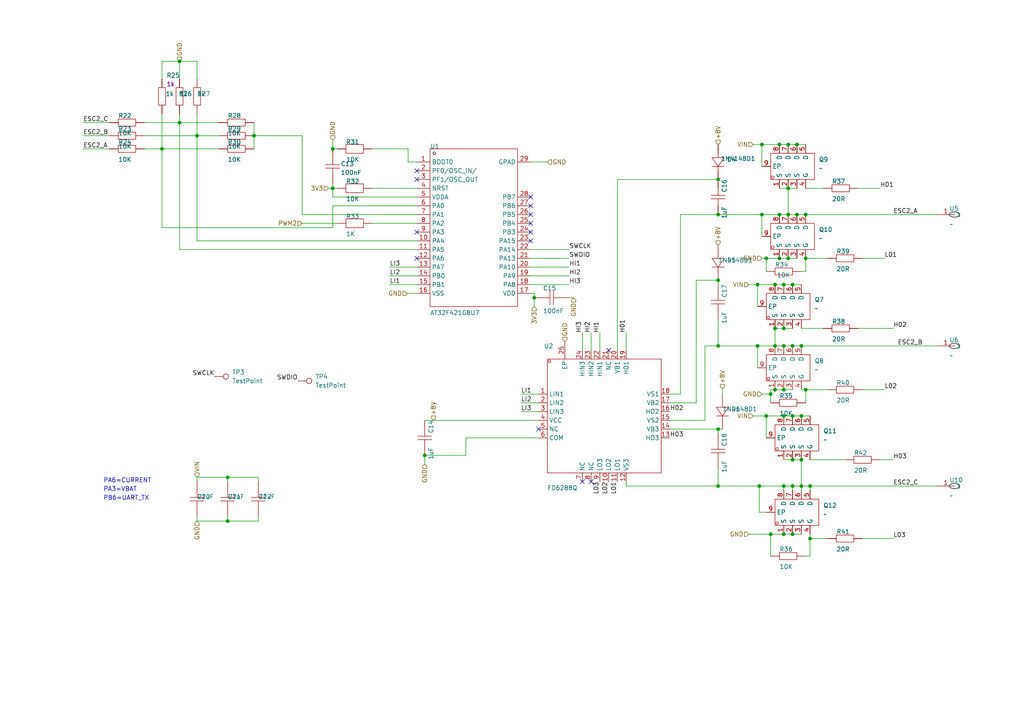
<source format=kicad_sch>
(kicad_sch (version 20250114) (generator "eeschema") (generator_version "9.0")
  (paper "A4")
  (lib_symbols
    (symbol "2_P2-altium-import:root_0_100nf_" (pin_numbers (hide yes)) (pin_names (hide yes))
      (symbol "root_0_100nf__1_0"
        (pin passive line (at -5.08 0 0) (length 2.54) (name "1") (number "1"))
        (pin passive line (at 5.08 0 180) (length 2.54) (name "2") (number "2"))
      )
    )
    (symbol "2_P2-altium-import:root_0_10k_" (pin_numbers (hide yes)) (pin_names (hide yes))
      (symbol "root_0_10k__1_0"
        (pin passive line (at -5.08 0 0) (length 2.54) (name "1") (number "1"))
        (pin passive line (at 5.08 0 180) (length 2.54) (name "2") (number "2"))
      )
    )
    (symbol "2_P2-altium-import:root_0_AT32F421G8U7_"
      (symbol "root_0_AT32F421G8U7__1_0"
        (pin passive line (at -3.81 41.91 0) (length 3.81) (name "BOOT0") (number "1"))
        (pin passive line (at -3.81 39.37 0) (length 3.81) (name "PF0/OSC_IN/") (number "2"))
        (pin passive line (at -3.81 36.83 0) (length 3.81) (name "PF1/OSC_OUT") (number "3"))
        (pin passive line (at -3.81 34.29 0) (length 3.81) (name "NRST") (number "4"))
        (pin passive line (at -3.81 31.75 0) (length 3.81) (name "VDDA") (number "5"))
        (pin passive line (at -3.81 29.21 0) (length 3.81) (name "PA0") (number "6"))
        (pin passive line (at -3.81 26.67 0) (length 3.81) (name "PA1") (number "7"))
        (pin passive line (at -3.81 24.13 0) (length 3.81) (name "PA2") (number "8"))
        (pin passive line (at -3.81 21.59 0) (length 3.81) (name "PA3") (number "9"))
        (pin passive line (at -3.81 19.05 0) (length 3.81) (name "PA4") (number "10"))
        (pin passive line (at -3.81 16.51 0) (length 3.81) (name "PA5") (number "11"))
        (pin passive line (at -3.81 13.97 0) (length 3.81) (name "PA6") (number "12"))
        (pin passive line (at -3.81 11.43 0) (length 3.81) (name "PA7") (number "13"))
        (pin passive line (at -3.81 8.89 0) (length 3.81) (name "PB0") (number "14"))
        (pin passive line (at -3.81 6.35 0) (length 3.81) (name "PB1") (number "15"))
        (pin passive line (at -3.81 3.81 0) (length 3.81) (name "VSS") (number "16"))
        (pin passive line (at 29.21 41.91 180) (length 3.81) (name "GPAD") (number "29"))
        (pin passive line (at 29.21 31.75 180) (length 3.81) (name "PB7") (number "28"))
        (pin passive line (at 29.21 29.21 180) (length 3.81) (name "PB6") (number "27"))
        (pin passive line (at 29.21 26.67 180) (length 3.81) (name "PB5") (number "26"))
        (pin passive line (at 29.21 24.13 180) (length 3.81) (name "PB4") (number "25"))
        (pin passive line (at 29.21 21.59 180) (length 3.81) (name "PB3") (number "24"))
        (pin passive line (at 29.21 19.05 180) (length 3.81) (name "PA15") (number "23"))
        (pin passive line (at 29.21 16.51 180) (length 3.81) (name "PA14") (number "22"))
        (pin passive line (at 29.21 13.97 180) (length 3.81) (name "PA13") (number "21"))
        (pin passive line (at 29.21 11.43 180) (length 3.81) (name "PA10") (number "20"))
        (pin passive line (at 29.21 8.89 180) (length 3.81) (name "PA9") (number "19"))
        (pin passive line (at 29.21 6.35 180) (length 3.81) (name "PA8") (number "18"))
        (pin passive line (at 29.21 3.81 180) (length 3.81) (name "VDD") (number "17"))
      )
    )
    (symbol "2_P2-altium-import:root_0_ESC焊盘_"
      (symbol "root_0_ESC焊盘__1_0"
        (pin passive line (at -5.08 0 0) (length 5.08) (name "1") (number "1"))
      )
    )
    (symbol "2_P2-altium-import:root_0_FD6288Q_3_"
      (symbol "root_0_FD6288Q_3__1_0"
        (pin passive line (at -19.05 6.35 0) (length 2.54) (name "LIN1") (number "1"))
        (pin passive line (at -19.05 3.81 0) (length 2.54) (name "LIN2") (number "2"))
        (pin passive line (at -19.05 1.27 0) (length 2.54) (name "LIN3") (number "3"))
        (pin passive line (at -19.05 -1.27 0) (length 2.54) (name "VCC") (number "4"))
        (pin passive line (at -19.05 -3.81 0) (length 2.54) (name "NC") (number "5"))
        (pin passive line (at -19.05 -6.35 0) (length 2.54) (name "COM") (number "6"))
        (pin passive line (at -11.43 21.59 270) (length 5.08) (name "EP") (number "25"))
        (pin passive line (at -6.35 19.05 270) (length 2.54) (name "HIN3") (number "24"))
        (pin passive line (at -6.35 -19.05 90) (length 2.54) (name "NC") (number "7"))
        (pin passive line (at -3.81 19.05 270) (length 2.54) (name "HIN2") (number "23"))
        (pin passive line (at -3.81 -19.05 90) (length 2.54) (name "NC") (number "8"))
        (pin passive line (at -1.27 19.05 270) (length 2.54) (name "HIN1") (number "22"))
        (pin passive line (at -1.27 -19.05 90) (length 2.54) (name "LO3") (number "9"))
        (pin passive line (at 1.27 19.05 270) (length 2.54) (name "NC") (number "21"))
        (pin passive line (at 1.27 -19.05 90) (length 2.54) (name "LO2") (number "10"))
        (pin passive line (at 3.81 19.05 270) (length 2.54) (name "VB1") (number "20"))
        (pin passive line (at 3.81 -19.05 90) (length 2.54) (name "LO1") (number "11"))
        (pin passive line (at 6.35 19.05 270) (length 2.54) (name "HO1") (number "19"))
        (pin passive line (at 6.35 -19.05 90) (length 2.54) (name "VS3") (number "12"))
        (pin passive line (at 19.05 6.35 180) (length 2.54) (name "VS1") (number "18"))
        (pin passive line (at 19.05 3.81 180) (length 2.54) (name "VB2") (number "17"))
        (pin passive line (at 19.05 1.27 180) (length 2.54) (name "HO2") (number "16"))
        (pin passive line (at 19.05 -1.27 180) (length 2.54) (name "VS2") (number "15"))
        (pin passive line (at 19.05 -3.81 180) (length 2.54) (name "VB3") (number "14"))
        (pin passive line (at 19.05 -6.35 180) (length 2.54) (name "HO3") (number "13"))
      )
    )
    (symbol "2_P2-altium-import:root_0_R0201_3_" (pin_numbers (hide yes)) (pin_names (hide yes))
      (symbol "root_0_R0201_3__1_0"
        (pin passive line (at -5.08 0 0) (length 2.54) (name "1") (number "1"))
        (pin passive line (at 5.08 0 180) (length 2.54) (name "2") (number "2"))
      )
    )
    (symbol "2_P2-altium-import:root_0_R0402_" (pin_numbers (hide yes)) (pin_names (hide yes))
      (symbol "root_0_R0402__1_0"
        (pin passive line (at -5.08 0 0) (length 2.54) (name "1") (number "1"))
        (pin passive line (at 5.08 0 180) (length 2.54) (name "2") (number "2"))
      )
    )
    (symbol "2_P2-altium-import:root_1_100nf_" (pin_numbers (hide yes)) (pin_names (hide yes))
      (symbol "root_1_100nf__1_0"
        (pin passive line (at 0 5.08 270) (length 2.54) (name "2") (number "2"))
        (pin passive line (at 0 -5.08 90) (length 2.54) (name "1") (number "1"))
      )
    )
    (symbol "2_P2-altium-import:root_1_CAP_0805_" (pin_numbers (hide yes)) (pin_names (hide yes))
      (symbol "root_1_CAP_0805__1_0"
        (pin passive line (at 0 5.08 270) (length 2.54) (name "2") (number "2"))
        (pin passive line (at 0 -5.08 90) (length 2.54) (name "1") (number "1"))
      )
    )
    (symbol "2_P2-altium-import:root_1_R0201_3_" (pin_numbers (hide yes)) (pin_names (hide yes))
      (symbol "root_1_R0201_3__1_0"
        (pin passive line (at 0 5.08 270) (length 2.54) (name "2") (number "2"))
        (pin passive line (at 0 -5.08 90) (length 2.54) (name "1") (number "1"))
      )
    )
    (symbol "2_P2-altium-import:root_1_SED3080M_"
      (symbol "root_1_SED3080M__1_0"
        (pin passive line (at -8.89 0 0) (length 2.54) (name "EP") (number "9"))
        (pin passive line (at -3.81 6.35 270) (length 2.54) (name "D") (number "8"))
        (pin passive line (at -3.81 -6.35 90) (length 2.54) (name "S") (number "1"))
        (pin passive line (at -1.27 6.35 270) (length 2.54) (name "D") (number "7"))
        (pin passive line (at -1.27 -6.35 90) (length 2.54) (name "S") (number "2"))
        (pin passive line (at 1.27 6.35 270) (length 2.54) (name "D") (number "6"))
        (pin passive line (at 1.27 -6.35 90) (length 2.54) (name "S") (number "3"))
        (pin passive line (at 3.81 6.35 270) (length 2.54) (name "D") (number "5"))
        (pin passive line (at 3.81 -6.35 90) (length 2.54) (name "G") (number "4"))
      )
    )
    (symbol "2_P2-altium-import:root_1_TPBT4448-1006_" (pin_numbers (hide yes)) (pin_names (hide yes))
      (symbol "root_1_TPBT4448-1006__1_0"
        (pin passive line (at 0 5.08 270) (length 2.54) (name "A") (number "2"))
        (pin passive line (at 0 -5.08 90) (length 2.54) (name "K") (number "1"))
      )
    )
    (symbol "2_P2-altium-import:root_2_1k_" (pin_numbers (hide yes)) (pin_names (hide yes))
      (symbol "root_2_1k__1_0"
        (pin passive line (at -5.08 0 0) (length 2.54) (name "2") (number "2"))
        (pin passive line (at 5.08 0 180) (length 2.54) (name "1") (number "1"))
      )
    )
    (symbol "2_P2-altium-import:root_3_C0402_" (pin_numbers (hide yes)) (pin_names (hide yes))
      (symbol "root_3_C0402__1_0"
        (pin passive line (at 0 5.08 270) (length 2.54) (name "1") (number "1"))
        (pin passive line (at 0 -5.08 90) (length 2.54) (name "2") (number "2"))
      )
    )
    (symbol "Connector:TestPoint" (pin_numbers (hide yes)) (pin_names (offset 0.762) (hide yes))
      (property "Reference" "TP" (at 0 6.858 0))
      (property "Value" "TestPoint" (at 0 5.08 0))
      (symbol "TestPoint_1_1"
        (pin passive line (at 0 0 90) (length 2.54) (name "1") (number "1"))
      )
    )
  )
  (text "PA3=VBAT" (at 29.972 142.748 0) (effects (font (size 1.27 1.27)) (justify left bottom)))
  (text "PA6=CURRENT" (at 29.972 140.208 0) (effects (font (size 1.27 1.27)) (justify left bottom)))
  (text "PB6=UART_TX" (at 29.972 145.288 0) (effects (font (size 1.27 1.27)) (justify left bottom)))
  (junction (at 232.41 133.35))
  (junction (at 227.33 95.25))
  (junction (at 208.28 124.46))
  (junction (at 208.28 100.33))
  (junction (at 208.28 52.07))
  (junction (at 66.04 151.13))
  (junction (at 222.25 74.93))
  (junction (at 224.79 100.33))
  (junction (at 96.52 54.61))
  (junction (at 222.25 120.65))
  (junction (at 231.14 41.91))
  (junction (at 229.87 154.94))
  (junction (at 223.52 154.94))
  (junction (at 233.68 113.03))
  (junction (at 57.15 39.37))
  (junction (at 229.87 140.97))
  (junction (at 226.06 74.93))
  (junction (at 227.33 140.97))
  (junction (at 52.07 35.56))
  (junction (at 66.04 138.43))
  (junction (at 123.19 132.08))
  (junction (at 73.66 39.37))
  (junction (at 228.6 54.61))
  (junction (at 227.33 113.03))
  (junction (at 234.95 156.21))
  (junction (at 231.14 62.23))
  (junction (at 223.52 114.3))
  (junction (at 229.87 100.33))
  (junction (at 234.95 140.97))
  (junction (at 227.33 82.55))
  (junction (at 232.41 100.33))
  (junction (at 96.52 43.18))
  (junction (at 208.28 81.28))
  (junction (at 226.06 62.23))
  (junction (at 233.68 62.23))
  (junction (at 208.28 140.97))
  (junction (at 220.98 62.23))
  (junction (at 228.6 41.91))
  (junction (at 220.218 140.97))
  (junction (at 227.33 120.65))
  (junction (at 220.98 41.91))
  (junction (at 224.79 113.03))
  (junction (at 52.07 17.78))
  (junction (at 46.99 43.18))
  (junction (at 224.79 95.25))
  (junction (at 219.71 100.33))
  (junction (at 227.33 154.94))
  (junction (at 226.06 41.91))
  (junction (at 232.41 140.97))
  (junction (at 228.6 74.93))
  (junction (at 219.71 82.55))
  (junction (at 208.28 62.23))
  (junction (at 224.79 82.55))
  (junction (at 229.87 133.35))
  (junction (at 228.6 62.23))
  (junction (at 154.94 86.36))
  (junction (at 229.87 120.65))
  (junction (at 233.68 74.93))
  (junction (at 229.87 82.55))
  (junction (at 232.41 120.65))
  (junction (at 227.33 100.33))
  (no_connect (at 153.924 59.69))
  (no_connect (at 153.924 69.85))
  (no_connect (at 120.904 67.31))
  (no_connect (at 171.45 139.7))
  (no_connect (at 156.21 124.46))
  (no_connect (at 120.904 52.07))
  (no_connect (at 153.924 67.31))
  (no_connect (at 168.91 139.7))
  (no_connect (at 153.924 64.77))
  (no_connect (at 153.924 62.23))
  (no_connect (at 176.53 101.6))
  (no_connect (at 120.904 74.93))
  (no_connect (at 153.924 57.15))
  (no_connect (at 120.904 49.53))
  (wire (pts (xy 73.66 39.37) (xy 73.406 39.37)))
  (wire (pts (xy 220.98 41.91) (xy 226.06 41.91)))
  (wire (pts (xy 232.41 120.65) (xy 234.95 120.65)))
  (wire (pts (xy 96.52 54.61) (xy 97.79 54.61)))
  (wire (pts (xy 57.15 33.02) (xy 57.15 39.37)))
  (wire (pts (xy 227.33 82.55) (xy 229.87 82.55)))
  (wire (pts (xy 232.41 154.94) (xy 229.87 154.94)))
  (wire (pts (xy 223.52 113.03) (xy 223.52 114.3)))
  (wire (pts (xy 222.25 74.93) (xy 222.25 78.74)))
  (wire (pts (xy 197.358 62.23) (xy 208.28 62.23)))
  (wire (pts (xy 57.15 138.43) (xy 66.04 138.43)))
  (wire (pts (xy 123.19 134.62) (xy 123.19 132.08)))
  (wire (pts (xy 57.15 138.43) (xy 57.15 139.7)))
  (wire (pts (xy 232.41 113.03) (xy 233.68 113.03)))
  (wire (pts (xy 107.95 54.61) (xy 120.904 54.61)))
  (wire (pts (xy 259.08 133.35) (xy 255.27 133.35)))
  (wire (pts (xy 66.04 149.86) (xy 66.04 151.13)))
  (wire (pts (xy 220.98 62.23) (xy 220.98 68.58)))
  (wire (pts (xy 224.79 100.33) (xy 227.33 100.33)))
  (wire (pts (xy 57.15 17.78) (xy 57.15 22.86)))
  (wire (pts (xy 217.17 82.55) (xy 219.71 82.55)))
  (wire (pts (xy 168.91 96.52) (xy 168.91 101.6)))
  (wire (pts (xy 107.95 64.77) (xy 120.904 64.77)))
  (wire (pts (xy 96.52 53.34) (xy 96.52 54.61)))
  (wire (pts (xy 46.99 43.18) (xy 63.5 43.18)))
  (wire (pts (xy 194.31 121.92) (xy 204.47 121.92)))
  (wire (pts (xy 219.71 100.33) (xy 224.79 100.33)))
  (wire (pts (xy 194.31 124.46) (xy 208.28 124.46)))
  (wire (pts (xy 87.63 64.77) (xy 97.79 64.77)))
  (wire (pts (xy 219.71 100.33) (xy 219.71 106.68)))
  (wire (pts (xy 232.41 100.33) (xy 271.78 100.33)))
  (wire (pts (xy 218.44 120.65) (xy 222.25 120.65)))
  (wire (pts (xy 179.07 52.07) (xy 179.07 101.6)))
  (wire (pts (xy 166.37 86.36) (xy 165.1 86.36)))
  (wire (pts (xy 229.87 154.94) (xy 227.33 154.94)))
  (wire (pts (xy 226.06 41.91) (xy 228.6 41.91)))
  (wire (pts (xy 96.52 54.61) (xy 96.52 57.15)))
  (wire (pts (xy 229.87 82.55) (xy 232.41 82.55)))
  (wire (pts (xy 227.33 113.03) (xy 229.87 113.03)))
  (wire (pts (xy 224.79 95.25) (xy 227.33 95.25)))
  (wire (pts (xy 232.41 78.74) (xy 233.68 78.74)))
  (wire (pts (xy 208.28 125.73) (xy 208.28 124.46)))
  (wire (pts (xy 120.904 69.85) (xy 57.15 69.85)))
  (wire (pts (xy 96.52 40.64) (xy 96.52 43.18)))
  (wire (pts (xy 151.13 119.38) (xy 156.21 119.38)))
  (wire (pts (xy 220.98 48.26) (xy 220.98 41.91)))
  (wire (pts (xy 96.52 43.18) (xy 97.79 43.18)))
  (wire (pts (xy 208.28 140.97) (xy 220.218 140.97)))
  (wire (pts (xy 227.33 140.97) (xy 227.33 142.24)))
  (wire (pts (xy 52.07 35.56) (xy 52.07 72.39)))
  (wire (pts (xy 250.19 74.93) (xy 256.54 74.93)))
  (wire (pts (xy 201.93 81.28) (xy 208.28 81.28)))
  (wire (pts (xy 120.904 62.23) (xy 87.63 62.23)))
  (wire (pts (xy 57.15 151.13) (xy 66.04 151.13)))
  (wire (pts (xy 171.45 96.52) (xy 171.45 101.6)))
  (wire (pts (xy 113.03 77.47) (xy 120.904 77.47)))
  (wire (pts (xy 201.93 81.28) (xy 201.93 116.84)))
  (wire (pts (xy 222.25 120.65) (xy 227.33 120.65)))
  (wire (pts (xy 57.15 17.78) (xy 52.07 17.78)))
  (wire (pts (xy 217.17 154.94) (xy 223.52 154.94)))
  (wire (pts (xy 181.61 139.7) (xy 181.61 140.97)))
  (wire (pts (xy 232.41 140.97) (xy 229.87 140.97)))
  (wire (pts (xy 73.66 43.18) (xy 73.66 39.37)))
  (wire (pts (xy 197.358 62.23) (xy 197.358 114.3)))
  (wire (pts (xy 153.924 72.39) (xy 165.1 72.39)))
  (wire (pts (xy 208.28 100.33) (xy 219.71 100.33)))
  (wire (pts (xy 220.218 140.97) (xy 220.218 148.59)))
  (wire (pts (xy 227.33 133.35) (xy 229.87 133.35)))
  (wire (pts (xy 220.98 62.23) (xy 226.06 62.23)))
  (wire (pts (xy 96.52 59.69) (xy 120.904 59.69)))
  (wire (pts (xy 123.19 121.92) (xy 156.21 121.92)))
  (wire (pts (xy 234.95 140.97) (xy 234.95 142.24)))
  (wire (pts (xy 181.61 96.52) (xy 181.61 101.6)))
  (wire (pts (xy 123.19 132.08) (xy 135.128 132.08)))
  (wire (pts (xy 154.94 85.09) (xy 153.924 85.09)))
  (wire (pts (xy 151.13 114.3) (xy 156.21 114.3)))
  (wire (pts (xy 153.924 74.93) (xy 165.1 74.93)))
  (wire (pts (xy 73.66 39.37) (xy 73.66 35.56)))
  (wire (pts (xy 250.19 113.03) (xy 256.54 113.03)))
  (wire (pts (xy 63.5 35.56) (xy 52.07 35.56)))
  (wire (pts (xy 228.6 41.91) (xy 231.14 41.91)))
  (wire (pts (xy 220.98 114.3) (xy 223.52 114.3)))
  (wire (pts (xy 120.904 46.99) (xy 118.364 46.99)))
  (wire (pts (xy 223.52 154.94) (xy 223.52 161.29)))
  (wire (pts (xy 52.07 17.78) (xy 52.07 22.86)))
  (wire (pts (xy 204.47 100.33) (xy 208.28 100.33)))
  (wire (pts (xy 57.15 151.13) (xy 57.15 149.86)))
  (wire (pts (xy 234.95 156.21) (xy 234.95 161.29)))
  (wire (pts (xy 52.07 17.78) (xy 46.99 17.78)))
  (wire (pts (xy 229.87 100.33) (xy 232.41 100.33)))
  (wire (pts (xy 248.92 95.25) (xy 259.08 95.25)))
  (wire (pts (xy 229.87 140.97) (xy 227.33 140.97)))
  (wire (pts (xy 220.98 74.93) (xy 222.25 74.93)))
  (wire (pts (xy 181.61 140.97) (xy 208.28 140.97)))
  (wire (pts (xy 57.15 39.37) (xy 63.5 39.37)))
  (wire (pts (xy 220.218 148.59) (xy 222.25 148.59)))
  (wire (pts (xy 229.87 133.35) (xy 232.41 133.35)))
  (wire (pts (xy 96.52 59.69) (xy 96.52 66.04)))
  (wire (pts (xy 74.93 151.13) (xy 74.93 149.86)))
  (wire (pts (xy 228.6 54.61) (xy 226.06 54.61)))
  (wire (pts (xy 224.79 82.55) (xy 227.33 82.55)))
  (wire (pts (xy 153.924 77.47) (xy 165.1 77.47)))
  (wire (pts (xy 208.28 62.23) (xy 220.98 62.23)))
  (wire (pts (xy 223.52 114.3) (xy 223.52 116.84)))
  (wire (pts (xy 66.04 138.43) (xy 66.04 139.7)))
  (wire (pts (xy 232.41 140.97) (xy 232.41 142.24)))
  (wire (pts (xy 233.68 74.93) (xy 240.03 74.93)))
  (wire (pts (xy 57.15 39.37) (xy 57.15 69.85)))
  (wire (pts (xy 233.68 54.61) (xy 238.76 54.61)))
  (wire (pts (xy 232.41 133.35) (xy 232.41 140.97)))
  (wire (pts (xy 226.06 62.23) (xy 228.6 62.23)))
  (wire (pts (xy 248.92 54.61) (xy 255.27 54.61)))
  (wire (pts (xy 234.95 161.29) (xy 233.68 161.29)))
  (wire (pts (xy 208.28 92.71) (xy 208.28 100.33)))
  (wire (pts (xy 52.07 35.56) (xy 41.91 35.56)))
  (wire (pts (xy 231.14 62.23) (xy 233.68 62.23)))
  (wire (pts (xy 226.06 74.93) (xy 228.6 74.93)))
  (wire (pts (xy 24.13 35.56) (xy 31.75 35.56)))
  (wire (pts (xy 74.93 138.43) (xy 74.93 139.7)))
  (wire (pts (xy 233.68 113.03) (xy 240.03 113.03)))
  (wire (pts (xy 229.87 120.65) (xy 232.41 120.65)))
  (wire (pts (xy 234.95 140.97) (xy 271.78 140.97)))
  (wire (pts (xy 66.04 151.13) (xy 74.93 151.13)))
  (wire (pts (xy 156.21 127) (xy 135.128 127)))
  (wire (pts (xy 113.03 82.55) (xy 120.904 82.55)))
  (wire (pts (xy 41.91 39.37) (xy 57.15 39.37)))
  (wire (pts (xy 228.6 74.93) (xy 231.14 74.93)))
  (wire (pts (xy 118.11 85.09) (xy 120.904 85.09)))
  (wire (pts (xy 250.19 156.21) (xy 259.08 156.21)))
  (wire (pts (xy 46.99 33.02) (xy 46.99 43.18)))
  (wire (pts (xy 218.44 41.91) (xy 220.98 41.91)))
  (wire (pts (xy 234.95 154.94) (xy 234.95 156.21)))
  (wire (pts (xy 208.28 135.89) (xy 208.28 140.97)))
  (wire (pts (xy 228.6 62.23) (xy 231.14 62.23)))
  (wire (pts (xy 87.63 39.37) (xy 73.66 39.37)))
  (wire (pts (xy 118.364 46.99) (xy 118.364 43.18)))
  (wire (pts (xy 153.924 46.99) (xy 158.75 46.99)))
  (wire (pts (xy 231.14 54.61) (xy 228.6 54.61)))
  (wire (pts (xy 219.71 88.9) (xy 219.71 82.55)))
  (wire (pts (xy 96.52 54.61) (xy 95.25 54.61)))
  (wire (pts (xy 229.87 120.65) (xy 227.33 120.65)))
  (wire (pts (xy 173.99 101.6) (xy 173.99 96.52)))
  (wire (pts (xy 224.79 95.25) (xy 224.79 100.33)))
  (wire (pts (xy 46.99 17.78) (xy 46.99 22.86)))
  (wire (pts (xy 219.71 82.55) (xy 224.79 82.55)))
  (wire (pts (xy 233.68 78.74) (xy 233.68 74.93)))
  (wire (pts (xy 52.07 35.56) (xy 52.07 33.02)))
  (wire (pts (xy 46.99 43.18) (xy 41.91 43.18)))
  (wire (pts (xy 224.79 113.03) (xy 227.33 113.03)))
  (wire (pts (xy 120.904 72.39) (xy 52.07 72.39)))
  (wire (pts (xy 231.14 41.91) (xy 233.68 41.91)))
  (wire (pts (xy 66.04 138.43) (xy 74.93 138.43)))
  (wire (pts (xy 232.41 95.25) (xy 238.76 95.25)))
  (wire (pts (xy 233.68 113.03) (xy 233.68 116.84)))
  (wire (pts (xy 227.33 100.33) (xy 229.87 100.33)))
  (wire (pts (xy 151.13 116.84) (xy 156.21 116.84)))
  (wire (pts (xy 222.25 120.65) (xy 222.25 127)))
  (wire (pts (xy 194.31 116.84) (xy 201.93 116.84)))
  (wire (pts (xy 208.28 124.46) (xy 209.55 124.46)))
  (wire (pts (xy 113.03 80.01) (xy 120.904 80.01)))
  (wire (pts (xy 46.99 43.18) (xy 46.99 66.04)))
  (wire (pts (xy 209.55 112.776) (xy 209.55 114.3)))
  (wire (pts (xy 96.52 66.04) (xy 46.99 66.04)))
  (wire (pts (xy 208.28 81.28) (xy 208.28 82.55)))
  (wire (pts (xy 179.07 52.07) (xy 208.28 52.07)))
  (wire (pts (xy 31.75 39.37) (xy 24.13 39.37)))
  (wire (pts (xy 24.13 43.18) (xy 31.75 43.18)))
  (wire (pts (xy 223.52 154.94) (xy 227.33 154.94)))
  (wire (pts (xy 224.79 113.03) (xy 223.52 113.03)))
  (wire (pts (xy 234.95 140.97) (xy 232.41 140.97)))
  (wire (pts (xy 96.52 57.15) (xy 120.904 57.15)))
  (wire (pts (xy 204.47 121.92) (xy 204.47 100.33)))
  (wire (pts (xy 118.364 43.18) (xy 107.95 43.18)))
  (wire (pts (xy 228.6 54.61) (xy 228.6 62.23)))
  (wire (pts (xy 154.94 86.36) (xy 154.94 88.9)))
  (wire (pts (xy 234.95 133.35) (xy 245.11 133.35)))
  (wire (pts (xy 234.95 156.21) (xy 240.03 156.21)))
  (wire (pts (xy 153.924 82.55) (xy 165.1 82.55)))
  (wire (pts (xy 233.68 62.23) (xy 271.78 62.23)))
  (wire (pts (xy 227.33 95.25) (xy 229.87 95.25)))
  (wire (pts (xy 87.63 62.23) (xy 87.63 39.37)))
  (wire (pts (xy 220.218 140.97) (xy 227.33 140.97)))
  (wire (pts (xy 222.25 74.93) (xy 226.06 74.93)))
  (wire (pts (xy 229.87 140.97) (xy 229.87 142.24)))
  (wire (pts (xy 153.924 80.01) (xy 165.1 80.01)))
  (wire (pts (xy 194.31 114.3) (xy 197.358 114.3)))
  (wire (pts (xy 135.128 132.08) (xy 135.128 127)))
  (wire (pts (xy 154.94 85.09) (xy 154.94 86.36)))
  (label "L01" (at 256.54 74.93 0))
  (label "H03" (at 259.08 133.35 0))
  (label "L02" (at 256.54 113.03 0))
  (label "L01" (at 179.07 139.7 270))
  (label "ESC2_A" (at 24.13 43.18 0))
  (label "LI3" (at 151.13 119.38 0))
  (label "ESC2_B" (at 24.13 39.37 0))
  (label "LI3" (at 113.03 77.47 0))
  (label "SWCLK" (at 62.23 109.22 180))
  (label "ESC2_C" (at 259.08 140.97 0))
  (label "L02" (at 176.53 139.7 270))
  (label "LI1" (at 113.03 82.55 0))
  (label "ESC2_C" (at 24.13 35.56 0))
  (label "SWDIO" (at 86.36 110.49 180))
  (label "ESC2_A" (at 259.08 62.23 0))
  (label "HI3" (at 168.91 96.52 90))
  (label "H01" (at 255.27 54.61 0))
  (label "SWCLK" (at 165.1 72.39 0))
  (label "HI3" (at 165.1 82.55 0))
  (label "H01" (at 181.61 96.52 90))
  (label "H03" (at 194.31 127 0))
  (label "L03" (at 173.99 139.7 270))
  (label "HI1" (at 165.1 77.47 0))
  (label "LI2" (at 113.03 80.01 0))
  (label "ESC2_B" (at 260.35 100.33 0))
  (label "HI1" (at 173.99 96.52 90))
  (label "L03" (at 259.08 156.21 0))
  (label "SWDIO" (at 165.1 74.93 0))
  (label "HI2" (at 165.1 80.01 0))
  (label "LI1" (at 151.13 114.3 0))
  (label "LI2" (at 151.13 116.84 0))
  (label "H02" (at 194.31 119.38 0))
  (label "H02" (at 259.08 95.25 0))
  (label "HI2" (at 171.45 96.52 90))
  (hierarchical_label "PWM2" (shape input) (at 87.63 64.77 180))
  (hierarchical_label "GND" (shape input) (at 166.37 86.36 270))
  (hierarchical_label "GND" (shape input) (at 220.98 114.3 180))
  (hierarchical_label "VIN" (shape input) (at 217.17 82.55 180))
  (hierarchical_label "VIN" (shape input) (at 218.44 120.65 180))
  (hierarchical_label "+8V" (shape input) (at 208.28 41.91 90))
  (hierarchical_label "GND" (shape input) (at 57.15 151.13 270))
  (hierarchical_label "GND" (shape input) (at 118.11 85.09 180))
  (hierarchical_label "3V3" (shape input) (at 154.94 88.9 270))
  (hierarchical_label "+8V" (shape input) (at 209.55 112.776 90))
  (hierarchical_label "GND" (shape input) (at 123.19 134.62 270))
  (hierarchical_label "GND" (shape input) (at 217.17 154.94 180))
  (hierarchical_label "VIN" (shape input) (at 218.44 41.91 180))
  (hierarchical_label "3V3" (shape input) (at 95.25 54.61 180))
  (hierarchical_label "GND" (shape input) (at 96.52 40.64 90))
  (hierarchical_label "GND" (shape input) (at 158.75 46.99 0))
  (hierarchical_label "+8V" (shape input) (at 208.28 71.12 90))
  (hierarchical_label "GND" (shape input) (at 52.07 17.78 90))
  (hierarchical_label "GND" (shape input) (at 220.98 74.93 180))
  (hierarchical_label "+8V" (shape input) (at 125.73 121.92 90))
  (hierarchical_label "VIN" (shape input) (at 57.15 138.43 90))
  (hierarchical_label "GND" (shape input) (at 163.83 99.06 90))
  (symbol (lib_id "2_P2-altium-import:root_1_SED3080M_") (at 228.6 106.68 0) (unit 1)
    (property "Reference" "Q8" (at 236.22 105.41 0) (effects (justify left bottom)))
    (property "Value" "~" (at 236.22 107.95 0) (effects (justify left bottom)))
    (property "Footprint" "lcsc:DFN-8_L3.0-W3.0-P0.65-BL" (effects (hide yes)))
    (property "SYMBOL" "SED3080M" (effects (hide yes)))
    (property "DEVICE" "SED3080M" (effects (hide yes)))
    (property "LCSC PART NAME" "N沟道 30V 80A" (effects (hide yes)))
    (property "SUPPLIER PART" "C17702946" (effects (hide yes)))
    (property "SUPPLIER FOOTPRINT" "DFN 3x3" (effects (hide yes)))
    (property "JLCPCB PART CLASS" "扩展库" (effects (hide yes)))
    (property "DATASHEET" "https://atta.szlcsc.com/upload/public/pdf/source/20180713/C238667_532A6CBA57821AB07A742C5DFB205B0F.pdf" (effects (hide yes)))
    (property "ADD INTO BOM" "yes" (effects (hide yes)))
    (property "CONVERT TO PCB" "yes" (effects (hide yes)))
    (property "TYPE" "N沟道" (effects (hide yes)))
    (property "DRAIN SOURCE VOLTAGE (VDSS)" "30V" (effects (hide yes)))
    (property "CONTINUOUS DRAIN CURRENT (ID)" "80A" (effects (hide yes)))
    (property "POWER DISSIPATION (PD)" "83W" (effects (hide yes)))
    (property "DRAIN SOURCE ON RESISTANCE (RDS(ON)@VGS,ID)" "6.5mΩ@10V,25A" (effects (hide yes)))
    (property "GATE THRESHOLD VOLTAGE (VGS(TH)@ID)" "3V@250uA" (effects (hide yes)))
    (property "CHECK" "false" (effects (hide yes)))
  )
  (symbol (lib_id "2_P2-altium-import:root_0_AT32F421G8U7_") (at 124.714 88.9 0) (unit 1)
    (property "Reference" "U1" (at 124.714 43.18 0) (effects (justify left bottom)))
    (property "Value" "AT32F421G8U7" (at 124.714 91.44 0) (effects (justify left bottom)))
    (property "Footprint" "lcsc:QFN-28_L4.0-W4.0-P0.40-TL-EP2.4" (effects (hide yes)))
    (property "SYMBOL" "AT32F421G8U7" (effects (hide yes)))
    (property "DEVICE" "AT32F421G8U7" (effects (hide yes)))
    (property "SUPPLIER" "ARTERY" (effects (hide yes)))
    (property "CONVERT TO PCB" "yes" (effects (hide yes)))
    (property "ADD INTO BOM" "yes" (effects (hide yes)))
    (property "ORIGIN FOOTPRINT" "QFN-28_L4.0-W4.0-P0.40-TL-EP2.4" (effects (hide yes)))
    (property "CONTRIBUTOR" "jikipcb" (effects (hide yes)))
    (property "SPICEPRE" "U" (effects (hide yes)))
    (property "SPICESYMBOLNAME" "AT32F421G8U7" (effects (hide yes)))
  )
  (symbol (lib_id "2_P2-altium-import:root_0_ESC焊盘_") (at 276.86 140.97 0) (unit 1)
    (property "Reference" "U10" (at 275.336 139.954 0) (effects (justify left bottom)))
    (property "Value" "~" (at 275.336 144.526 0) (effects (justify left bottom)))
    (property "Footprint" "TestPoint:TestPoint_Pad_2.0x2.0mm" (effects (hide yes)))
    (property "SYMBOL" "ESC焊盘" (effects (hide yes)))
    (property "DEVICE" "ESC焊盘" (effects (hide yes)))
    (property "ADD INTO BOM" "yes" (effects (hide yes)))
    (property "CONVERT TO PCB" "yes" (effects (hide yes)))
  )
  (symbol (lib_id "2_P2-altium-import:root_1_TPBT4448-1006_") (at 208.28 46.99 0) (unit 1)
    (property "Reference" "D4" (at 210.82 46.99 0) (effects (justify left bottom)))
    (property "Value" "1N4148D1" (at 209.042 46.736 0) (effects (justify left bottom)))
    (property "Footprint" "lcsc:DFN1006-2L-RD" (effects (hide yes)))
    (property "SYMBOL" "TPBT4448-1006" (effects (hide yes)))
    (property "DEVICE" "TPBT4448-1006" (effects (hide yes)))
    (property "SUPPLIER PART" "C970035" (effects (hide yes)))
    (property "ADD INTO BOM" "yes" (effects (hide yes)))
    (property "CONVERT TO PCB" "yes" (effects (hide yes)))
    (property "POWER DISSIPATION" "-" (effects (hide yes)))
    (property "OPERATING TEMPERATURE" "-" (effects (hide yes)))
  )
  (symbol (lib_id "2_P2-altium-import:root_0_R0201_3_") (at 36.83 35.56 0) (unit 1)
    (property "Reference" "R22" (at 34.29 34.29 0) (effects (justify left bottom)))
    (property "Value" "10K" (at 34.29 39.37 0) (effects (justify left bottom)))
    (property "Footprint" "lcsc:R0201" (effects (hide yes)))
    (property "SYMBOL" "电阻_2" (effects (hide yes)))
    (property "DEVICE" "R0201_3" (effects (hide yes)))
    (property "CONVERT TO PCB" "yes" (effects (hide yes)))
    (property "ADD INTO BOM" "yes" (effects (hide yes)))
    (property "SUPPLIER FOOTPRINT" "0201" (effects (hide yes)))
    (property "ALTIUM_VALUE" "10K" (effects (hide yes)))
    (property "CHECK" "false" (effects (hide yes)))
  )
  (symbol (lib_id "2_P2-altium-import:root_0_R0402_") (at 245.11 156.21 0) (unit 1)
    (property "Reference" "R41" (at 242.57 154.94 0) (effects (justify left bottom)))
    (property "Value" "20R" (at 242.57 160.02 0) (effects (justify left bottom)))
    (property "Footprint" "lcsc:R0201" (effects (hide yes)))
    (property "SYMBOL" "电阻_2" (effects (hide yes)))
    (property "DEVICE" "R0402" (effects (hide yes)))
    (property "ADD INTO BOM" "yes" (effects (hide yes)))
    (property "CONVERT TO PCB" "yes" (effects (hide yes)))
    (property "SUPPLIER FOOTPRINT" "0402" (effects (hide yes)))
    (property "ALTIUM_VALUE" "20R" (effects (hide yes)))
    (property "CHECK" "false" (effects (hide yes)))
  )
  (symbol (lib_id "2_P2-altium-import:root_0_R0201_3_") (at 243.84 54.61 0) (unit 1)
    (property "Reference" "R37" (at 241.3 53.34 0) (effects (justify left bottom)))
    (property "Value" "20R" (at 241.3 58.42 0) (effects (justify left bottom)))
    (property "Footprint" "lcsc:R0201" (effects (hide yes)))
    (property "SYMBOL" "电阻_2" (effects (hide yes)))
    (property "DEVICE" "R0201_3" (effects (hide yes)))
    (property "CONVERT TO PCB" "yes" (effects (hide yes)))
    (property "ADD INTO BOM" "yes" (effects (hide yes)))
    (property "SUPPLIER FOOTPRINT" "0201" (effects (hide yes)))
    (property "ALTIUM_VALUE" "20R" (effects (hide yes)))
    (property "CHECK" "false" (effects (hide yes)))
  )
  (symbol (lib_id "2_P2-altium-import:root_1_SED3080M_") (at 229.87 68.58 0) (unit 1)
    (property "Reference" "Q10" (at 237.49 67.31 0) (effects (justify left bottom)))
    (property "Value" "~" (at 237.49 69.85 0) (effects (justify left bottom)))
    (property "Footprint" "lcsc:DFN-8_L3.0-W3.0-P0.65-BL" (effects (hide yes)))
    (property "SYMBOL" "SED3080M" (effects (hide yes)))
    (property "DEVICE" "SED3080M" (effects (hide yes)))
    (property "LCSC PART NAME" "N沟道 30V 80A" (effects (hide yes)))
    (property "SUPPLIER PART" "C17702946" (effects (hide yes)))
    (property "SUPPLIER FOOTPRINT" "DFN 3x3" (effects (hide yes)))
    (property "JLCPCB PART CLASS" "扩展库" (effects (hide yes)))
    (property "DATASHEET" "https://atta.szlcsc.com/upload/public/pdf/source/20180713/C238667_532A6CBA57821AB07A742C5DFB205B0F.pdf" (effects (hide yes)))
    (property "ADD INTO BOM" "yes" (effects (hide yes)))
    (property "CONVERT TO PCB" "yes" (effects (hide yes)))
    (property "TYPE" "N沟道" (effects (hide yes)))
    (property "DRAIN SOURCE VOLTAGE (VDSS)" "30V" (effects (hide yes)))
    (property "CONTINUOUS DRAIN CURRENT (ID)" "80A" (effects (hide yes)))
    (property "POWER DISSIPATION (PD)" "83W" (effects (hide yes)))
    (property "DRAIN SOURCE ON RESISTANCE (RDS(ON)@VGS,ID)" "6.5mΩ@10V,25A" (effects (hide yes)))
    (property "GATE THRESHOLD VOLTAGE (VGS(TH)@ID)" "3V@250uA" (effects (hide yes)))
    (property "CHECK" "false" (effects (hide yes)))
  )
  (symbol (lib_id "2_P2-altium-import:root_1_R0201_3_") (at 46.99 27.94 0) (unit 1)
    (property "Reference" "R25" (at 48.26 22.606 0) (effects (justify left bottom)))
    (property "Value" "1k" (at 48.006 27.94 0) (effects (justify left bottom)))
    (property "Footprint" "lcsc:R0201" (effects (hide yes)))
    (property "SYMBOL" "电阻_2" (effects (hide yes)))
    (property "DEVICE" "R0201_3" (effects (hide yes)))
    (property "CONVERT TO PCB" "yes" (effects (hide yes)))
    (property "ADD INTO BOM" "yes" (effects (hide yes)))
    (property "SUPPLIER FOOTPRINT" "0201" (effects (hide yes)))
    (property "ALTIUM_VALUE" "1k" (at 48.26 25.146 0) (effects (justify left bottom)))
    (property "CHECK" "false" (effects (hide yes)))
  )
  (symbol (lib_id "2_P2-altium-import:root_1_CAP_0805_") (at 74.93 144.78 0) (unit 1)
    (property "Reference" "C12" (at 74.93 144.78 0) (effects (justify left bottom)))
    (property "Value" "22uF" (at 74.93 144.78 0) (effects (justify left bottom)))
    (property "Footprint" "lcsc:C0805" (effects (hide yes)))
    (property "SYMBOL" "CapAcitance_1" (effects (hide yes)))
    (property "DEVICE" "CAP_0805" (effects (hide yes)))
    (property "CONVERT TO PCB" "yes" (effects (hide yes)))
    (property "ADD INTO BOM" "yes" (effects (hide yes)))
    (property "SUPPLIER FOOTPRINT" "0805" (effects (hide yes)))
    (property "ALTIUM_VALUE" "22uF" (effects (hide yes)))
  )
  (symbol (lib_id "2_P2-altium-import:root_0_FD6288Q_3_") (at 175.26 120.65 0) (unit 1)
    (property "Reference" "U2" (at 157.734 101.092 0) (effects (justify left bottom)))
    (property "Value" "FD6288Q" (at 158.75 142.24 0) (effects (justify left bottom)))
    (property "Footprint" "lcsc:QFN-24_L4.0-W4.0-P0.50-BL-EP2.6" (effects (hide yes)))
    (property "SYMBOL" "FD6288Q_C328453" (effects (hide yes)))
    (property "DEVICE" "FD6288Q_3" (effects (hide yes)))
    (property "SUPPLIER PART" "C328453" (effects (hide yes)))
    (property "MANUFACTURER" "Fortior Tech(峰岹)" (effects (hide yes)))
    (property "MANUFACTURER PART" "FD6288Q" (effects (hide yes)))
    (property "JLCPCB PART CLASS" "扩展库" (effects (hide yes)))
    (property "LCSC PART NAME" "FD6288Q" (effects (hide yes)))
    (property "SUPPLIER FOOTPRINT" "QFN-24" (effects (hide yes)))
    (property "DATASHEET" "https://atta.szlcsc.com/upload/public/pdf/source/20181108/C328453_785547738DB9FC0123219FC22539EFAD.pdf" (effects (hide yes)))
    (property "ADD INTO BOM" "yes" (effects (hide yes)))
    (property "CONVERT TO PCB" "yes" (effects (hide yes)))
  )
  (symbol (lib_id "2_P2-altium-import:root_0_R0402_") (at 245.11 74.93 0) (unit 1)
    (property "Reference" "R39" (at 242.57 73.66 0) (effects (justify left bottom)))
    (property "Value" "20R" (at 242.57 78.74 0) (effects (justify left bottom)))
    (property "Footprint" "lcsc:R0201" (effects (hide yes)))
    (property "SYMBOL" "电阻_2" (effects (hide yes)))
    (property "DEVICE" "R0402" (effects (hide yes)))
    (property "ADD INTO BOM" "yes" (effects (hide yes)))
    (property "CONVERT TO PCB" "yes" (effects (hide yes)))
    (property "SUPPLIER FOOTPRINT" "0402" (effects (hide yes)))
    (property "ALTIUM_VALUE" "20R" (effects (hide yes)))
    (property "CHECK" "false" (effects (hide yes)))
  )
  (symbol (lib_id "2_P2-altium-import:root_1_CAP_0805_") (at 57.15 144.78 0) (unit 1)
    (property "Reference" "C10" (at 57.15 144.78 0) (effects (justify left bottom)))
    (property "Value" "22uF" (at 57.15 144.78 0) (effects (justify left bottom)))
    (property "Footprint" "lcsc:C0805" (effects (hide yes)))
    (property "SYMBOL" "CapAcitance_1" (effects (hide yes)))
    (property "DEVICE" "CAP_0805" (effects (hide yes)))
    (property "CONVERT TO PCB" "yes" (effects (hide yes)))
    (property "ADD INTO BOM" "yes" (effects (hide yes)))
    (property "SUPPLIER FOOTPRINT" "0805" (effects (hide yes)))
    (property "ALTIUM_VALUE" "22uF" (effects (hide yes)))
  )
  (symbol (lib_id "2_P2-altium-import:root_1_SED3080M_") (at 231.14 127 0) (unit 1)
    (property "Reference" "Q11" (at 238.76 125.73 0) (effects (justify left bottom)))
    (property "Value" "~" (at 238.76 128.27 0) (effects (justify left bottom)))
    (property "Footprint" "lcsc:DFN-8_L3.0-W3.0-P0.65-BL" (effects (hide yes)))
    (property "SYMBOL" "SED3080M" (effects (hide yes)))
    (property "DEVICE" "SED3080M" (effects (hide yes)))
    (property "LCSC PART NAME" "N沟道 30V 80A" (effects (hide yes)))
    (property "SUPPLIER PART" "C17702946" (effects (hide yes)))
    (property "SUPPLIER FOOTPRINT" "DFN 3x3" (effects (hide yes)))
    (property "JLCPCB PART CLASS" "扩展库" (effects (hide yes)))
    (property "DATASHEET" "https://atta.szlcsc.com/upload/public/pdf/source/20180713/C238667_532A6CBA57821AB07A742C5DFB205B0F.pdf" (effects (hide yes)))
    (property "ADD INTO BOM" "yes" (effects (hide yes)))
    (property "CONVERT TO PCB" "yes" (effects (hide yes)))
    (property "TYPE" "N沟道" (effects (hide yes)))
    (property "DRAIN SOURCE VOLTAGE (VDSS)" "30V" (effects (hide yes)))
    (property "CONTINUOUS DRAIN CURRENT (ID)" "80A" (effects (hide yes)))
    (property "POWER DISSIPATION (PD)" "83W" (effects (hide yes)))
    (property "DRAIN SOURCE ON RESISTANCE (RDS(ON)@VGS,ID)" "6.5mΩ@10V,25A" (effects (hide yes)))
    (property "GATE THRESHOLD VOLTAGE (VGS(TH)@ID)" "3V@250uA" (effects (hide yes)))
    (property "CHECK" "false" (effects (hide yes)))
  )
  (symbol (lib_id "2_P2-altium-import:root_0_100nf_") (at 160.02 86.36 0) (unit 1)
    (property "Reference" "C15" (at 157.48 84.328 0) (effects (justify left bottom)))
    (property "Value" "100nF" (at 157.48 90.932 0) (effects (justify left bottom)))
    (property "Footprint" "lcsc:C0201" (effects (hide yes)))
    (property "SYMBOL" "100nf" (effects (hide yes)))
    (property "DEVICE" "100nf" (effects (hide yes)))
    (property "CONVERT TO PCB" "yes" (effects (hide yes)))
    (property "ADD INTO BOM" "yes" (effects (hide yes)))
    (property "ORIGIN FOOTPRINT" "0402-CAP" (effects (hide yes)))
    (property "NAMEALIAS" "Value(F)" (effects (hide yes)))
    (property "CONTRIBUTOR" "LCEDA_Lib" (effects (hide yes)))
    (property "SPICEPRE" "C" (effects (hide yes)))
    (property "SPICESYMBOLNAME" "C_0603_US" (effects (hide yes)))
  )
  (symbol (lib_id "2_P2-altium-import:root_0_R0201_3_") (at 243.84 95.25 0) (unit 1)
    (property "Reference" "R38" (at 241.3 93.98 0) (effects (justify left bottom)))
    (property "Value" "20R" (at 241.3 99.06 0) (effects (justify left bottom)))
    (property "Footprint" "lcsc:R0201" (effects (hide yes)))
    (property "SYMBOL" "电阻_2" (effects (hide yes)))
    (property "DEVICE" "R0201_3" (effects (hide yes)))
    (property "CONVERT TO PCB" "yes" (effects (hide yes)))
    (property "ADD INTO BOM" "yes" (effects (hide yes)))
    (property "SUPPLIER FOOTPRINT" "0201" (effects (hide yes)))
    (property "ALTIUM_VALUE" "20R" (effects (hide yes)))
    (property "CHECK" "false" (effects (hide yes)))
  )
  (symbol (lib_id "2_P2-altium-import:root_0_R0201_3_") (at 250.19 133.35 0) (unit 1)
    (property "Reference" "R42" (at 247.65 132.08 0) (effects (justify left bottom)))
    (property "Value" "20R" (at 247.65 137.16 0) (effects (justify left bottom)))
    (property "Footprint" "lcsc:R0201" (effects (hide yes)))
    (property "SYMBOL" "电阻_2" (effects (hide yes)))
    (property "DEVICE" "R0201_3" (effects (hide yes)))
    (property "CONVERT TO PCB" "yes" (effects (hide yes)))
    (property "ADD INTO BOM" "yes" (effects (hide yes)))
    (property "SUPPLIER FOOTPRINT" "0201" (effects (hide yes)))
    (property "ALTIUM_VALUE" "20R" (effects (hide yes)))
    (property "CHECK" "false" (effects (hide yes)))
  )
  (symbol (lib_id "2_P2-altium-import:root_0_R0402_") (at 245.11 113.03 0) (unit 1)
    (property "Reference" "R40" (at 242.57 111.76 0) (effects (justify left bottom)))
    (property "Value" "20R" (at 242.57 116.84 0) (effects (justify left bottom)))
    (property "Footprint" "lcsc:R0201" (effects (hide yes)))
    (property "SYMBOL" "电阻_2" (effects (hide yes)))
    (property "DEVICE" "R0402" (effects (hide yes)))
    (property "ADD INTO BOM" "yes" (effects (hide yes)))
    (property "CONVERT TO PCB" "yes" (effects (hide yes)))
    (property "SUPPLIER FOOTPRINT" "0402" (effects (hide yes)))
    (property "ALTIUM_VALUE" "20R" (effects (hide yes)))
    (property "CHECK" "false" (effects (hide yes)))
  )
  (symbol (lib_id "2_P2-altium-import:root_0_R0201_3_") (at 68.58 39.37 0) (unit 1)
    (property "Reference" "R29" (at 66.04 38.1 0) (effects (justify left bottom)))
    (property "Value" "10K" (at 66.04 43.18 0) (effects (justify left bottom)))
    (property "Footprint" "lcsc:R0201" (effects (hide yes)))
    (property "SYMBOL" "电阻_2" (effects (hide yes)))
    (property "DEVICE" "R0201_3" (effects (hide yes)))
    (property "CONVERT TO PCB" "yes" (effects (hide yes)))
    (property "ADD INTO BOM" "yes" (effects (hide yes)))
    (property "SUPPLIER FOOTPRINT" "0201" (effects (hide yes)))
    (property "ALTIUM_VALUE" "10K" (effects (hide yes)))
    (property "CHECK" "false" (effects (hide yes)))
  )
  (symbol (lib_id "2_P2-altium-import:root_1_100nf_") (at 96.52 48.26 0) (unit 1)
    (property "Reference" "C13" (at 98.806 48.26 0) (effects (justify left bottom)))
    (property "Value" "100nF" (at 98.806 50.8 0) (effects (justify left bottom)))
    (property "Footprint" "lcsc:C0201" (effects (hide yes)))
    (property "SYMBOL" "100nf" (effects (hide yes)))
    (property "DEVICE" "100nf" (effects (hide yes)))
    (property "CONVERT TO PCB" "yes" (effects (hide yes)))
    (property "ADD INTO BOM" "yes" (effects (hide yes)))
    (property "ORIGIN FOOTPRINT" "0402-CAP" (effects (hide yes)))
    (property "NAMEALIAS" "Value(F)" (effects (hide yes)))
    (property "CONTRIBUTOR" "LCEDA_Lib" (effects (hide yes)))
    (property "SPICEPRE" "C" (effects (hide yes)))
    (property "SPICESYMBOLNAME" "C_0603_US" (effects (hide yes)))
  )
  (symbol (lib_id "2_P2-altium-import:root_3_C0402_") (at 123.19 127 0) (unit 1)
    (property "Reference" "C14" (at 125.73 125.73 90) (effects (justify left bottom)))
    (property "Value" "1uF" (at 125.73 133.35 90) (effects (justify left bottom)))
    (property "Footprint" "lcsc:C0201" (effects (hide yes)))
    (property "SYMBOL" "CapAcitance_1" (effects (hide yes)))
    (property "DEVICE" "C0402" (effects (hide yes)))
    (property "CONVERT TO PCB" "yes" (effects (hide yes)))
    (property "ADD INTO BOM" "yes" (effects (hide yes)))
    (property "SUPPLIER FOOTPRINT" "0402" (effects (hide yes)))
    (property "ALTIUM_VALUE" "1uF" (effects (hide yes)))
    (property "SUPPLIER PART" "C76935" (effects (hide yes)))
    (property "CHECK" "false" (effects (hide yes)))
  )
  (symbol (lib_id "Connector:TestPoint") (at 86.36 110.49 270) (unit 1)
    (property "Reference" "TP4" (at 91.44 109.2199 90) (effects (justify left)))
    (property "Value" "TestPoint" (at 91.44 111.7599 90) (effects (justify left)))
    (property "Footprint" "TestPoint:TestPoint_Pad_D1.5mm" (effects (hide yes)))
    (property "Description" "test point" (effects (hide yes)))
  )
  (symbol (lib_id "2_P2-altium-import:root_0_R0201_3_") (at 36.83 39.37 0) (unit 1)
    (property "Reference" "R23" (at 34.29 38.1 0) (effects (justify left bottom)))
    (property "Value" "10K" (at 34.29 43.18 0) (effects (justify left bottom)))
    (property "Footprint" "lcsc:R0201" (effects (hide yes)))
    (property "SYMBOL" "电阻_2" (effects (hide yes)))
    (property "DEVICE" "R0201_3" (effects (hide yes)))
    (property "CONVERT TO PCB" "yes" (effects (hide yes)))
    (property "ADD INTO BOM" "yes" (effects (hide yes)))
    (property "SUPPLIER FOOTPRINT" "0201" (effects (hide yes)))
    (property "ALTIUM_VALUE" "10K" (effects (hide yes)))
    (property "CHECK" "false" (effects (hide yes)))
  )
  (symbol (lib_id "2_P2-altium-import:root_3_C0402_") (at 208.28 57.15 0) (unit 1)
    (property "Reference" "C16" (at 210.82 55.88 90) (effects (justify left bottom)))
    (property "Value" "1uF" (at 210.82 63.5 90) (effects (justify left bottom)))
    (property "Footprint" "lcsc:C0201" (effects (hide yes)))
    (property "SYMBOL" "CapAcitance_1" (effects (hide yes)))
    (property "DEVICE" "C0402" (effects (hide yes)))
    (property "CONVERT TO PCB" "yes" (effects (hide yes)))
    (property "ADD INTO BOM" "yes" (effects (hide yes)))
    (property "SUPPLIER FOOTPRINT" "0402" (effects (hide yes)))
    (property "ALTIUM_VALUE" "1uF" (effects (hide yes)))
    (property "CHECK" "false" (effects (hide yes)))
  )
  (symbol (lib_id "2_P2-altium-import:root_0_R0201_3_") (at 68.58 35.56 0) (unit 1)
    (property "Reference" "R28" (at 66.04 34.29 0) (effects (justify left bottom)))
    (property "Value" "10K" (at 66.04 39.37 0) (effects (justify left bottom)))
    (property "Footprint" "lcsc:R0201" (effects (hide yes)))
    (property "SYMBOL" "电阻_2" (effects (hide yes)))
    (property "DEVICE" "R0201_3" (effects (hide yes)))
    (property "CONVERT TO PCB" "yes" (effects (hide yes)))
    (property "ADD INTO BOM" "yes" (effects (hide yes)))
    (property "SUPPLIER FOOTPRINT" "0201" (effects (hide yes)))
    (property "ALTIUM_VALUE" "10K" (effects (hide yes)))
    (property "CHECK" "false" (effects (hide yes)))
  )
  (symbol (lib_id "2_P2-altium-import:root_0_R0402_") (at 228.6 161.29 0) (unit 1)
    (property "Reference" "R36" (at 226.06 160.02 0) (effects (justify left bottom)))
    (property "Value" "10K" (at 226.06 165.1 0) (effects (justify left bottom)))
    (property "Footprint" "lcsc:R0201" (effects (hide yes)))
    (property "SYMBOL" "电阻_2" (effects (hide yes)))
    (property "DEVICE" "R0402" (effects (hide yes)))
    (property "ADD INTO BOM" "yes" (effects (hide yes)))
    (property "CONVERT TO PCB" "yes" (effects (hide yes)))
    (property "SUPPLIER FOOTPRINT" "0402" (effects (hide yes)))
    (property "ALTIUM_VALUE" "10K" (effects (hide yes)))
    (property "CHECK" "false" (effects (hide yes)))
  )
  (symbol (lib_id "2_P2-altium-import:root_3_C0402_") (at 208.28 130.81 0) (unit 1)
    (property "Reference" "C18" (at 210.82 129.54 90) (effects (justify left bottom)))
    (property "Value" "1uF" (at 210.82 137.16 90) (effects (justify left bottom)))
    (property "Footprint" "lcsc:C0201" (effects (hide yes)))
    (property "SYMBOL" "CapAcitance_1" (effects (hide yes)))
    (property "DEVICE" "C0402" (effects (hide yes)))
    (property "CONVERT TO PCB" "yes" (effects (hide yes)))
    (property "ADD INTO BOM" "yes" (effects (hide yes)))
    (property "SUPPLIER FOOTPRINT" "0402" (effects (hide yes)))
    (property "ALTIUM_VALUE" "1uF" (effects (hide yes)))
    (property "CHECK" "false" (effects (hide yes)))
  )
  (symbol (lib_id "2_P2-altium-import:root_1_R0201_3_") (at 52.07 27.94 0) (unit 1)
    (property "Reference" "R26" (at 51.816 27.94 0) (effects (justify left bottom)))
    (property "Value" "1k" (at 52.07 27.94 0) (effects (justify left bottom)))
    (property "Footprint" "lcsc:R0201" (effects (hide yes)))
    (property "SYMBOL" "电阻_2" (effects (hide yes)))
    (property "DEVICE" "R0201_3" (effects (hide yes)))
    (property "CONVERT TO PCB" "yes" (effects (hide yes)))
    (property "ADD INTO BOM" "yes" (effects (hide yes)))
    (property "SUPPLIER FOOTPRINT" "0201" (effects (hide yes)))
    (property "ALTIUM_VALUE" "1k" (effects (hide yes)))
    (property "CHECK" "false" (effects (hide yes)))
  )
  (symbol (lib_id "2_P2-altium-import:root_3_C0402_") (at 208.28 87.63 0) (unit 1)
    (property "Reference" "C17" (at 210.82 86.36 90) (effects (justify left bottom)))
    (property "Value" "1uF" (at 210.82 93.98 90) (effects (justify left bottom)))
    (property "Footprint" "lcsc:C0201" (effects (hide yes)))
    (property "SYMBOL" "CapAcitance_1" (effects (hide yes)))
    (property "DEVICE" "C0402" (effects (hide yes)))
    (property "CONVERT TO PCB" "yes" (effects (hide yes)))
    (property "ADD INTO BOM" "yes" (effects (hide yes)))
    (property "SUPPLIER FOOTPRINT" "0402" (effects (hide yes)))
    (property "ALTIUM_VALUE" "1uF" (effects (hide yes)))
    (property "CHECK" "false" (effects (hide yes)))
  )
  (symbol (lib_id "2_P2-altium-import:root_2_1k_") (at 102.87 64.77 0) (unit 1)
    (property "Reference" "R33" (at 100.33 63.5 0) (effects (justify left bottom)))
    (property "Value" "1K" (at 100.33 68.58 0) (effects (justify left bottom)))
    (property "Footprint" "lcsc:R0201" (effects (hide yes)))
    (property "SYMBOL" "1k" (effects (hide yes)))
    (property "DEVICE" "1k" (effects (hide yes)))
    (property "CONVERT TO PCB" "yes" (effects (hide yes)))
    (property "ADD INTO BOM" "yes" (effects (hide yes)))
    (property "ORIGIN FOOTPRINT" "0402-RSE" (effects (hide yes)))
    (property "NAMEALIAS" "Value(Ω)" (effects (hide yes)))
    (property "CONTRIBUTOR" "LCEDA_Lib" (effects (hide yes)))
    (property "SPICEPRE" "R" (effects (hide yes)))
    (property "SPICESYMBOLNAME" "R_0402_EU" (effects (hide yes)))
  )
  (symbol (lib_id "2_P2-altium-import:root_1_SED3080M_") (at 229.87 48.26 0) (unit 1)
    (property "Reference" "Q9" (at 237.49 46.99 0) (effects (justify left bottom)))
    (property "Value" "~" (at 237.49 49.53 0) (effects (justify left bottom)))
    (property "Footprint" "lcsc:DFN-8_L3.0-W3.0-P0.65-BL" (effects (hide yes)))
    (property "SYMBOL" "SED3080M" (effects (hide yes)))
    (property "DEVICE" "SED3080M" (effects (hide yes)))
    (property "LCSC PART NAME" "N沟道 30V 80A" (effects (hide yes)))
    (property "SUPPLIER PART" "C17702946" (effects (hide yes)))
    (property "SUPPLIER FOOTPRINT" "DFN 3x3" (effects (hide yes)))
    (property "JLCPCB PART CLASS" "扩展库" (effects (hide yes)))
    (property "DATASHEET" "https://atta.szlcsc.com/upload/public/pdf/source/20180713/C238667_532A6CBA57821AB07A742C5DFB205B0F.pdf" (effects (hide yes)))
    (property "ADD INTO BOM" "yes" (effects (hide yes)))
    (property "CONVERT TO PCB" "yes" (effects (hide yes)))
    (property "TYPE" "N沟道" (effects (hide yes)))
    (property "DRAIN SOURCE VOLTAGE (VDSS)" "30V" (effects (hide yes)))
    (property "CONTINUOUS DRAIN CURRENT (ID)" "80A" (effects (hide yes)))
    (property "POWER DISSIPATION (PD)" "83W" (effects (hide yes)))
    (property "DRAIN SOURCE ON RESISTANCE (RDS(ON)@VGS,ID)" "6.5mΩ@10V,25A" (effects (hide yes)))
    (property "GATE THRESHOLD VOLTAGE (VGS(TH)@ID)" "3V@250uA" (effects (hide yes)))
    (property "CHECK" "false" (effects (hide yes)))
  )
  (symbol (lib_id "2_P2-altium-import:root_0_ESC焊盘_") (at 276.86 62.23 0) (unit 1)
    (property "Reference" "U5" (at 275.336 61.214 0) (effects (justify left bottom)))
    (property "Value" "~" (at 275.336 65.786 0) (effects (justify left bottom)))
    (property "Footprint" "TestPoint:TestPoint_Pad_2.0x2.0mm" (effects (hide yes)))
    (property "SYMBOL" "ESC焊盘" (effects (hide yes)))
    (property "DEVICE" "ESC焊盘" (effects (hide yes)))
    (property "ADD INTO BOM" "yes" (effects (hide yes)))
    (property "CONVERT TO PCB" "yes" (effects (hide yes)))
  )
  (symbol (lib_id "2_P2-altium-import:root_0_10k_") (at 102.87 54.61 0) (unit 1)
    (property "Reference" "R32" (at 100.33 53.34 0) (effects (justify left bottom)))
    (property "Value" "10K" (at 100.33 58.42 0) (effects (justify left bottom)))
    (property "Footprint" "lcsc:R0201" (effects (hide yes)))
    (property "SYMBOL" "10k" (effects (hide yes)))
    (property "DEVICE" "10k" (effects (hide yes)))
    (property "CONVERT TO PCB" "yes" (effects (hide yes)))
    (property "ADD INTO BOM" "yes" (effects (hide yes)))
    (property "ORIGIN FOOTPRINT" "0402-RSE" (effects (hide yes)))
    (property "NAMEALIAS" "Value(Ω)" (effects (hide yes)))
    (property "CONTRIBUTOR" "LCEDA_Lib" (effects (hide yes)))
    (property "SPICEPRE" "R" (effects (hide yes)))
    (property "SPICESYMBOLNAME" "R_0402_EU" (effects (hide yes)))
  )
  (symbol (lib_id "2_P2-altium-import:root_1_TPBT4448-1006_") (at 208.28 76.2 0) (unit 1)
    (property "Reference" "D5" (at 210.82 76.2 0) (effects (justify left bottom)))
    (property "Value" "1N4148D1" (at 208.28 76.2 0) (effects (justify left bottom)))
    (property "Footprint" "lcsc:DFN1006-2L-RD" (effects (hide yes)))
    (property "SYMBOL" "TPBT4448-1006" (effects (hide yes)))
    (property "DEVICE" "TPBT4448-1006" (effects (hide yes)))
    (property "SUPPLIER PART" "C970035" (effects (hide yes)))
    (property "ADD INTO BOM" "yes" (effects (hide yes)))
    (property "CONVERT TO PCB" "yes" (effects (hide yes)))
    (property "POWER DISSIPATION" "-" (effects (hide yes)))
    (property "OPERATING TEMPERATURE" "-" (effects (hide yes)))
  )
  (symbol (lib_id "2_P2-altium-import:root_0_R0402_") (at 227.33 78.74 0) (unit 1)
    (property "Reference" "R34" (at 224.79 77.47 0) (effects (justify left bottom)))
    (property "Value" "10K" (at 225.298 80.518 0) (effects (justify left bottom)))
    (property "Footprint" "lcsc:R0201" (effects (hide yes)))
    (property "SYMBOL" "电阻_2" (effects (hide yes)))
    (property "DEVICE" "R0402" (effects (hide yes)))
    (property "ADD INTO BOM" "yes" (effects (hide yes)))
    (property "CONVERT TO PCB" "yes" (effects (hide yes)))
    (property "SUPPLIER FOOTPRINT" "0402" (effects (hide yes)))
    (property "ALTIUM_VALUE" "10K" (effects (hide yes)))
    (property "CHECK" "false" (effects (hide yes)))
  )
  (symbol (lib_id "2_P2-altium-import:root_1_SED3080M_") (at 231.14 148.59 0) (unit 1)
    (property "Reference" "Q12" (at 238.76 147.32 0) (effects (justify left bottom)))
    (property "Value" "~" (at 238.76 149.86 0) (effects (justify left bottom)))
    (property "Footprint" "lcsc:DFN-8_L3.0-W3.0-P0.65-BL" (effects (hide yes)))
    (property "SYMBOL" "SED3080M" (effects (hide yes)))
    (property "DEVICE" "SED3080M" (effects (hide yes)))
    (property "LCSC PART NAME" "N沟道 30V 80A" (effects (hide yes)))
    (property "SUPPLIER PART" "C17702946" (effects (hide yes)))
    (property "SUPPLIER FOOTPRINT" "DFN 3x3" (effects (hide yes)))
    (property "JLCPCB PART CLASS" "扩展库" (effects (hide yes)))
    (property "DATASHEET" "https://atta.szlcsc.com/upload/public/pdf/source/20180713/C238667_532A6CBA57821AB07A742C5DFB205B0F.pdf" (effects (hide yes)))
    (property "ADD INTO BOM" "yes" (effects (hide yes)))
    (property "CONVERT TO PCB" "yes" (effects (hide yes)))
    (property "TYPE" "N沟道" (effects (hide yes)))
    (property "DRAIN SOURCE VOLTAGE (VDSS)" "30V" (effects (hide yes)))
    (property "CONTINUOUS DRAIN CURRENT (ID)" "80A" (effects (hide yes)))
    (property "POWER DISSIPATION (PD)" "83W" (effects (hide yes)))
    (property "DRAIN SOURCE ON RESISTANCE (RDS(ON)@VGS,ID)" "6.5mΩ@10V,25A" (effects (hide yes)))
    (property "GATE THRESHOLD VOLTAGE (VGS(TH)@ID)" "3V@250uA" (effects (hide yes)))
    (property "CHECK" "false" (effects (hide yes)))
  )
  (symbol (lib_id "2_P2-altium-import:root_0_10k_") (at 102.87 43.18 0) (unit 1)
    (property "Reference" "R31" (at 100.33 41.91 0) (effects (justify left bottom)))
    (property "Value" "10K" (at 100.33 46.99 0) (effects (justify left bottom)))
    (property "Footprint" "lcsc:R0201" (effects (hide yes)))
    (property "SYMBOL" "10k" (effects (hide yes)))
    (property "DEVICE" "10k" (effects (hide yes)))
    (property "CONVERT TO PCB" "yes" (effects (hide yes)))
    (property "ADD INTO BOM" "yes" (effects (hide yes)))
    (property "ORIGIN FOOTPRINT" "0402-RSE" (effects (hide yes)))
    (property "NAMEALIAS" "Value(Ω)" (effects (hide yes)))
    (property "CONTRIBUTOR" "LCEDA_Lib" (effects (hide yes)))
    (property "SPICEPRE" "R" (effects (hide yes)))
    (property "SPICESYMBOLNAME" "R_0402_EU" (effects (hide yes)))
  )
  (symbol (lib_id "2_P2-altium-import:root_1_CAP_0805_") (at 66.04 144.78 0) (unit 1)
    (property "Reference" "C11" (at 66.04 144.78 0) (effects (justify left bottom)))
    (property "Value" "22uF" (at 66.04 144.78 0) (effects (justify left bottom)))
    (property "Footprint" "lcsc:C0805" (effects (hide yes)))
    (property "SYMBOL" "CapAcitance_1" (effects (hide yes)))
    (property "DEVICE" "CAP_0805" (effects (hide yes)))
    (property "CONVERT TO PCB" "yes" (effects (hide yes)))
    (property "ADD INTO BOM" "yes" (effects (hide yes)))
    (property "SUPPLIER FOOTPRINT" "0805" (effects (hide yes)))
    (property "ALTIUM_VALUE" "22uF" (effects (hide yes)))
  )
  (symbol (lib_id "2_P2-altium-import:root_0_R0201_3_") (at 68.58 43.18 0) (unit 1)
    (property "Reference" "R30" (at 66.04 41.91 0) (effects (justify left bottom)))
    (property "Value" "10K" (at 66.04 46.99 0) (effects (justify left bottom)))
    (property "Footprint" "lcsc:R0201" (effects (hide yes)))
    (property "SYMBOL" "电阻_2" (effects (hide yes)))
    (property "DEVICE" "R0201_3" (effects (hide yes)))
    (property "CONVERT TO PCB" "yes" (effects (hide yes)))
    (property "ADD INTO BOM" "yes" (effects (hide yes)))
    (property "SUPPLIER FOOTPRINT" "0201" (effects (hide yes)))
    (property "ALTIUM_VALUE" "10K" (effects (hide yes)))
    (property "CHECK" "false" (effects (hide yes)))
  )
  (symbol (lib_id "2_P2-altium-import:root_1_SED3080M_") (at 228.6 88.9 0) (unit 1)
    (property "Reference" "Q7" (at 236.22 87.63 0) (effects (justify left bottom)))
    (property "Value" "~" (at 236.22 90.17 0) (effects (justify left bottom)))
    (property "Footprint" "lcsc:DFN-8_L3.0-W3.0-P0.65-BL" (effects (hide yes)))
    (property "SYMBOL" "SED3080M" (effects (hide yes)))
    (property "DEVICE" "SED3080M" (effects (hide yes)))
    (property "LCSC PART NAME" "N沟道 30V 80A" (effects (hide yes)))
    (property "SUPPLIER PART" "C17702946" (effects (hide yes)))
    (property "SUPPLIER FOOTPRINT" "DFN 3x3" (effects (hide yes)))
    (property "JLCPCB PART CLASS" "扩展库" (effects (hide yes)))
    (property "DATASHEET" "https://atta.szlcsc.com/upload/public/pdf/source/20180713/C238667_532A6CBA57821AB07A742C5DFB205B0F.pdf" (effects (hide yes)))
    (property "ADD INTO BOM" "yes" (effects (hide yes)))
    (property "CONVERT TO PCB" "yes" (effects (hide yes)))
    (property "TYPE" "N沟道" (effects (hide yes)))
    (property "DRAIN SOURCE VOLTAGE (VDSS)" "30V" (effects (hide yes)))
    (property "CONTINUOUS DRAIN CURRENT (ID)" "80A" (effects (hide yes)))
    (property "POWER DISSIPATION (PD)" "83W" (effects (hide yes)))
    (property "DRAIN SOURCE ON RESISTANCE (RDS(ON)@VGS,ID)" "6.5mΩ@10V,25A" (effects (hide yes)))
    (property "GATE THRESHOLD VOLTAGE (VGS(TH)@ID)" "3V@250uA" (effects (hide yes)))
    (property "CHECK" "false" (effects (hide yes)))
  )
  (symbol (lib_id "2_P2-altium-import:root_0_R0201_3_") (at 36.83 43.18 0) (unit 1)
    (property "Reference" "R24" (at 34.29 41.91 0) (effects (justify left bottom)))
    (property "Value" "10K" (at 34.29 46.99 0) (effects (justify left bottom)))
    (property "Footprint" "lcsc:R0201" (effects (hide yes)))
    (property "SYMBOL" "电阻_2" (effects (hide yes)))
    (property "DEVICE" "R0201_3" (effects (hide yes)))
    (property "CONVERT TO PCB" "yes" (effects (hide yes)))
    (property "ADD INTO BOM" "yes" (effects (hide yes)))
    (property "SUPPLIER FOOTPRINT" "0201" (effects (hide yes)))
    (property "ALTIUM_VALUE" "10K" (effects (hide yes)))
    (property "CHECK" "false" (effects (hide yes)))
  )
  (symbol (lib_id "2_P2-altium-import:root_1_TPBT4448-1006_") (at 209.55 119.38 0) (unit 1)
    (property "Reference" "D6" (at 212.09 119.38 0) (effects (justify left bottom)))
    (property "Value" "1N4148D1" (at 209.55 119.38 0) (effects (justify left bottom)))
    (property "Footprint" "lcsc:DFN1006-2L-RD" (effects (hide yes)))
    (property "SYMBOL" "TPBT4448-1006" (effects (hide yes)))
    (property "DEVICE" "TPBT4448-1006" (effects (hide yes)))
    (property "SUPPLIER PART" "C970035" (effects (hide yes)))
    (property "ADD INTO BOM" "yes" (effects (hide yes)))
    (property "CONVERT TO PCB" "yes" (effects (hide yes)))
    (property "POWER DISSIPATION" "-" (effects (hide yes)))
  )
  (symbol (lib_id "2_P2-altium-import:root_0_R0402_") (at 228.6 116.84 0) (unit 1)
    (property "Reference" "R35" (at 226.06 115.57 0) (effects (justify left bottom)))
    (property "Value" "10K" (at 226.06 120.65 0) (effects (justify left bottom)))
    (property "Footprint" "lcsc:R0201" (effects (hide yes)))
    (property "SYMBOL" "电阻_2" (effects (hide yes)))
    (property "DEVICE" "R0402" (effects (hide yes)))
    (property "ADD INTO BOM" "yes" (effects (hide yes)))
    (property "CONVERT TO PCB" "yes" (effects (hide yes)))
    (property "SUPPLIER FOOTPRINT" "0402" (effects (hide yes)))
    (property "ALTIUM_VALUE" "10K" (effects (hide yes)))
    (property "CHECK" "false" (effects (hide yes)))
  )
  (symbol (lib_id "2_P2-altium-import:root_0_ESC焊盘_") (at 276.86 100.33 0) (unit 1)
    (property "Reference" "U6" (at 275.336 99.314 0) (effects (justify left bottom)))
    (property "Value" "~" (at 275.336 103.886 0) (effects (justify left bottom)))
    (property "Footprint" "TestPoint:TestPoint_Pad_2.0x2.0mm" (effects (hide yes)))
    (property "SYMBOL" "ESC焊盘" (effects (hide yes)))
    (property "DEVICE" "ESC焊盘" (effects (hide yes)))
    (property "ADD INTO BOM" "yes" (effects (hide yes)))
    (property "CONVERT TO PCB" "yes" (effects (hide yes)))
  )
  (symbol (lib_id "2_P2-altium-import:root_1_R0201_3_") (at 57.15 27.94 0) (unit 1)
    (property "Reference" "R27" (at 57.15 27.94 0) (effects (justify left bottom)))
    (property "Value" "1k" (at 57.15 27.94 0) (effects (justify left bottom)))
    (property "Footprint" "lcsc:R0201" (effects (hide yes)))
    (property "SYMBOL" "电阻_2" (effects (hide yes)))
    (property "DEVICE" "R0201_3" (effects (hide yes)))
    (property "CONVERT TO PCB" "yes" (effects (hide yes)))
    (property "ADD INTO BOM" "yes" (effects (hide yes)))
    (property "SUPPLIER FOOTPRINT" "0201" (effects (hide yes)))
    (property "ALTIUM_VALUE" "1k" (effects (hide yes)))
    (property "CHECK" "false" (effects (hide yes)))
  )
  (symbol (lib_id "Connector:TestPoint") (at 62.23 109.22 270) (unit 1)
    (property "Reference" "TP3" (at 67.31 107.9499 90) (effects (justify left)))
    (property "Value" "TestPoint" (at 67.31 110.4899 90) (effects (justify left)))
    (property "Footprint" "TestPoint:TestPoint_Pad_D1.5mm" (effects (hide yes)))
    (property "Description" "test point" (effects (hide yes)))
  )
)
</source>
